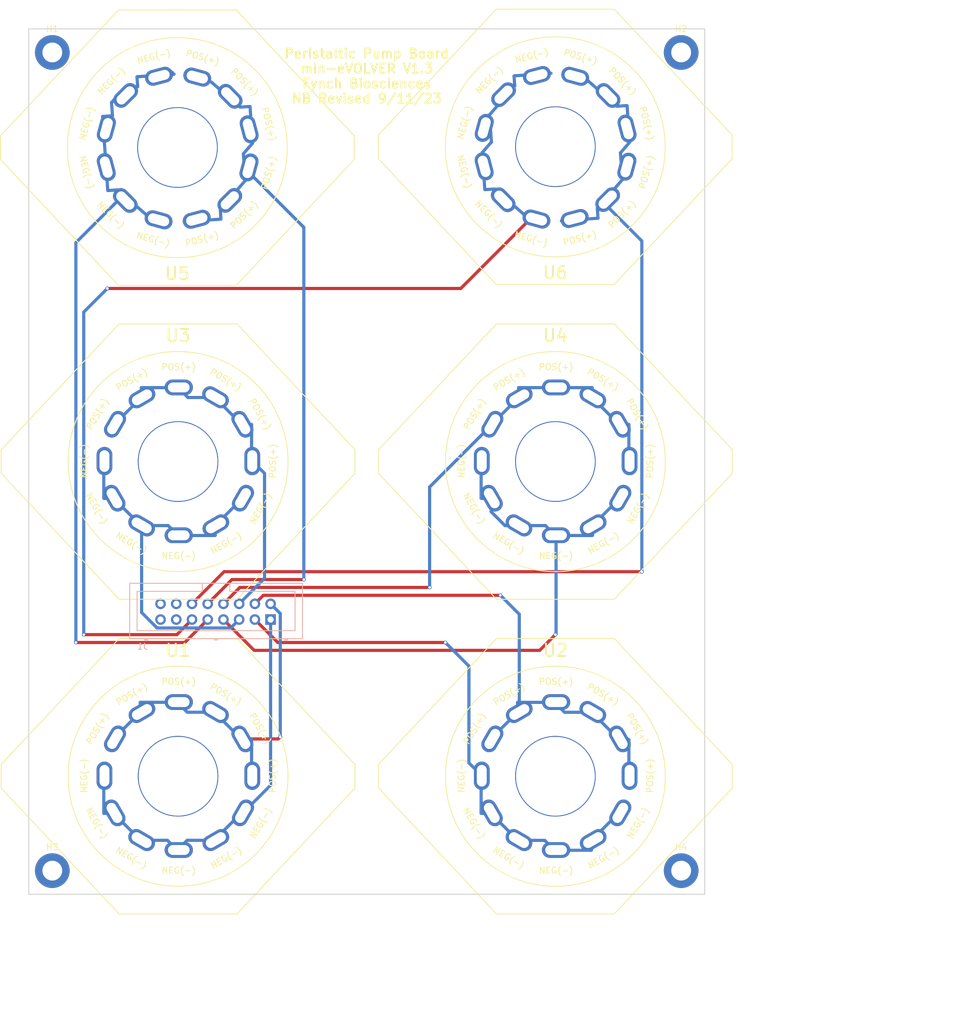
<source format=kicad_pcb>
(kicad_pcb (version 20211014) (generator pcbnew)
  (layers (0 "F.Cu" signal) (31 "B.Cu" signal) (34 "B.Paste" user) (35 "F.Paste" user) (36 "B.SilkS" user "B.Silkscreen") (37 "F.SilkS" user "F.Silkscreen") (38 "B.Mask" user) (39 "F.Mask" user) (44 "Edge.Cuts" user))
  (net 0 "")
  (net 5 "Net-(J1-Pad3)")
  (net 6 "Net-(J1-Pad5)")
  (net 7 "Net-(J1-Pad6)")
  (net 8 "Net-(J1-Pad7)")
  (net 9 "Net-(J1-Pad8)")
  (net 10 "Net-(J1-Pad9)")
  (net 11 "Net-(J1-Pad10)")
  (net 12 "Net-(J1-Pad11)")
  (net 13 "Net-(J1-Pad12)")
  (net 18 "Net-(J1-Pad1)")
  (net 19 "Net-(J1-Pad2)")
  (net 20 "Net-(J1-Pad4)")
  (footprint "MountingHole:MountingHole_3.2mm_M3_DIN965_Pad" (layer "F.Cu") (at 175.26 331.47)
    (fp_text reference "H4" (at 0 -3.8) (layer "F.SilkS"))
    (fp_text value "MountingHole_Pad")
    (pad "1" thru_hole circle (at 0 0) (size 5.6 5.6) (drill 3.2) (layers *.Cu *.Mask))
  )
  (footprint "MountingHole:MountingHole_3.2mm_M3_DIN965_Pad" (layer "F.Cu") (at 73.66 199.39)
    (fp_text reference "H1" (at 0 -3.8) (layer "F.SilkS"))
    (fp_text value "MountingHole_Pad")
    (pad "1" thru_hole circle (at 0 0) (size 5.6 5.6) (drill 3.2) (layers *.Cu *.Mask))
  )
  (footprint "MountingHole:MountingHole_3.2mm_M3_DIN965_Pad" (layer "F.Cu") (at 73.66 331.47)
    (fp_text reference "H3" (at 0 -3.8) (layer "F.SilkS"))
    (fp_text value "MountingHole_Pad")
    (pad "1" thru_hole circle (at 0 0) (size 5.6 5.6) (drill 3.2) (layers *.Cu *.Mask))
  )
  (footprint "Pump Library:Fast_Pump" (layer "F.Cu") (at 93.98 265.43)
    (fp_text reference "U3" (at 0 -20.32 unlocked) (layer "F.SilkS") (effects (font (size 2 2) (thickness 0.3))))
    (fp_text value "peristaltic_pump")
    (fp_text user "NEG(-)" (at 7.754782 13.164708 30) (layer "F.SilkS"))
    (fp_text user "NEG(-)" (at -15.195098 -0.077619 -90) (layer "F.SilkS"))
    (fp_text user "NEG(-)" (at 13.349716 7.562227 60) (layer "F.SilkS"))
    (fp_text user "NEG(-)" (at -7.54117 13.164707 -30) (layer "F.SilkS"))
    (fp_text user "POS(+)" (at 0.108188 -15.271179) (layer "F.SilkS"))
    (fp_text user "POS(+)" (at -7.485217 -13.231747 30) (layer "F.SilkS"))
    (fp_text user "NEG(-)" (at 0.108187 15.208822) (layer "F.SilkS"))
    (fp_text user "POS(+)" (at -13.046739 -7.677774 60) (layer "F.SilkS"))
    (fp_text user "POS(+)" (at 15.284902 -0.077618 -90) (layer "F.SilkS"))
    (fp_text user "POS(+)" (at 7.698831 -13.231747 -30) (layer "F.SilkS"))
    (fp_text user "POS(+)" (at 13.25578 -7.671024 -60) (layer "F.SilkS"))
    (fp_text user "NEG(-)" (at -13.140674 7.568975 -60) (layer "F.SilkS"))
    (fp_line (start 28.575 0) (end 28.575 -1.905) (layer "F.SilkS") (width 0.15))
    (fp_line (start -9.525 22.23008) (end 9.50976 22.23008) (layer "F.SilkS") (width 0.15))
    (fp_line (start -28.57754 -0.00254) (end -28.57754 1.90246) (layer "F.SilkS") (width 0.15))
    (fp_line (start 28.575 1.905) (end 9.525 22.225) (layer "F.SilkS") (width 0.15))
    (fp_line (start -28.575 0) (end -28.575 -1.905) (layer "F.SilkS") (width 0.15))
    (fp_line (start 0 -22.225) (end 9.525 -22.225) (layer "F.SilkS") (width 0.15))
    (fp_line (start 28.575 -1.905) (end 9.525 -22.225) (layer "F.SilkS") (width 0.15))
    (fp_line (start -28.57754 1.90246) (end -9.52754 22.22246) (layer "F.SilkS") (width 0.15))
    (fp_line (start 28.575 0) (end 28.575 1.905) (layer "F.SilkS") (width 0.15))
    (fp_line (start -28.575 -1.905) (end -9.525 -22.225) (layer "F.SilkS") (width 0.15))
    (fp_line (start -9.525 -22.225) (end 0 -22.225) (layer "F.SilkS") (width 0.15))
    (fp_circle (center 0 0) (end -10.287 -14.478) (layer "F.SilkS") (width 0.15) (fill none))
    (pad "" np_thru_hole circle (at 0 0 255) (size 13 13) (drill 12.7) (layers *.Mask "F.Cu" "In1.Cu" "B.Cu"))
    (pad "1" thru_hole oval (at -10.187122 -6.026773 150) (size 2.54 4.572) (drill oval 1.6 3.5) (layers *.Mask "F.Cu" "In1.Cu" "B.Cu") (net 7 "Net-(J1-Pad6)"))
    (pad "1" thru_hole oval (at -5.834218 -10.372131 120) (size 2.54 4.572) (drill oval 1.6 3.5) (layers *.Mask "F.Cu" "In1.Cu" "B.Cu") (net 7 "Net-(J1-Pad6)"))
    (pad "1" thru_hole oval (at 6.04783 -10.372131 60) (size 2.54 4.572) (drill oval 1.6 3.5) (layers *.Mask "F.Cu" "In1.Cu" "B.Cu") (net 7 "Net-(J1-Pad6)"))
    (pad "1" thru_hole oval (at 0.108187 -11.969178 90) (size 2.54 4.572) (drill oval 1.6 3.5) (layers *.Mask "F.Cu" "In1.Cu" "B.Cu") (net 7 "Net-(J1-Pad6)"))
    (pad "1" thru_hole oval (at 10.396164 -6.020024 30) (size 2.54 4.572) (drill oval 1.6 3.5) (layers *.Mask "F.Cu" "In1.Cu" "B.Cu") (net 7 "Net-(J1-Pad6)"))
    (pad "1" thru_hole oval (at 11.982902 -0.077619) (size 2.54 4.572) (drill oval 1.6 3.5) (layers *.Mask "F.Cu" "In1.Cu" "B.Cu") (net 7 "Net-(J1-Pad6)"))
    (pad "2" thru_hole oval (at 10.4901 5.911226 150) (size 2.54 4.572) (drill oval 1.6 3.5) (layers *.Mask "F.Cu" "In1.Cu" "B.Cu") (net 6 "Net-(J1-Pad5)"))
    (pad "2" thru_hole oval (at 6.103783 10.305091 120) (size 2.54 4.572) (drill oval 1.6 3.5) (layers *.Mask "F.Cu" "In1.Cu" "B.Cu") (net 6 "Net-(J1-Pad5)"))
    (pad "2" thru_hole oval (at -10.281058 5.917976 30) (size 2.54 4.572) (drill oval 1.6 3.5) (layers *.Mask "F.Cu" "In1.Cu" "B.Cu") (net 6 "Net-(J1-Pad5)"))
    (pad "2" thru_hole oval (at -11.893098 -0.077618) (size 2.54 4.572) (drill oval 1.6 3.5) (layers *.Mask "F.Cu" "In1.Cu" "B.Cu") (net 6 "Net-(J1-Pad5)"))
    (pad "2" thru_hole oval (at -5.890169 10.305091 60) (size 2.54 4.572) (drill oval 1.6 3.5) (layers *.Mask "F.Cu" "In1.Cu" "B.Cu") (net 6 "Net-(J1-Pad5)"))
    (pad "2" thru_hole oval (at 0.108188 11.906821 90) (size 2.54 4.572) (drill oval 1.6 3.5) (layers *.Mask "F.Cu" "In1.Cu" "B.Cu") (net 6 "Net-(J1-Pad5)"))
  )
  (footprint "MountingHole:MountingHole_3.2mm_M3_DIN965_Pad" (layer "F.Cu") (at 175.26 199.39)
    (fp_text reference "H2" (at 0 -3.8) (layer "F.SilkS"))
    (fp_text value "MountingHole_Pad")
    (pad "1" thru_hole circle (at 0 0) (size 5.6 5.6) (drill 3.2) (layers *.Cu *.Mask))
  )
  (footprint "Pump Library:Fast_Pump" (layer "F.Cu") (at 154.94 316.23)
    (fp_text reference "U2" (at 0 -20.32 unlocked) (layer "F.SilkS") (effects (font (size 2 2) (thickness 0.3))))
    (fp_text value "peristaltic_pump")
    (fp_text user "POS(+)" (at 0.108188 -15.271179) (layer "F.SilkS"))
    (fp_text user "POS(+)" (at -7.485217 -13.231747 30) (layer "F.SilkS"))
    (fp_text user "NEG(-)" (at -15.195098 -0.077619 -90) (layer "F.SilkS"))
    (fp_text user "POS(+)" (at 13.25578 -7.671024 -60) (layer "F.SilkS"))
    (fp_text user "NEG(-)" (at 0.108187 15.208822) (layer "F.SilkS"))
    (fp_text user "POS(+)" (at 15.284902 -0.077618 -90) (layer "F.SilkS"))
    (fp_text user "POS(+)" (at 7.698831 -13.231747 -30) (layer "F.SilkS"))
    (fp_text user "NEG(-)" (at 7.754782 13.164708 30) (layer "F.SilkS"))
    (fp_text user "POS(+)" (at -13.046739 -7.677774 60) (layer "F.SilkS"))
    (fp_text user "NEG(-)" (at -13.140674 7.568975 -60) (layer "F.SilkS"))
    (fp_text user "NEG(-)" (at 13.349716 7.562227 60) (layer "F.SilkS"))
    (fp_text user "NEG(-)" (at -7.54117 13.164707 -30) (layer "F.SilkS"))
    (fp_line (start -28.57754 -0.00254) (end -28.57754 1.90246) (layer "F.SilkS") (width 0.15))
    (fp_line (start -28.57754 1.90246) (end -9.52754 22.22246) (layer "F.SilkS") (width 0.15))
    (fp_line (start -9.525 22.23008) (end 9.50976 22.23008) (layer "F.SilkS") (width 0.15))
    (fp_line (start -28.575 -1.905) (end -9.525 -22.225) (layer "F.SilkS") (width 0.15))
    (fp_line (start 28.575 0) (end 28.575 -1.905) (layer "F.SilkS") (width 0.15))
    (fp_line (start 28.575 0) (end 28.575 1.905) (layer "F.SilkS") (width 0.15))
    (fp_line (start -9.525 -22.225) (end 0 -22.225) (layer "F.SilkS") (width 0.15))
    (fp_line (start 28.575 1.905) (end 9.525 22.225) (layer "F.SilkS") (width 0.15))
    (fp_line (start 0 -22.225) (end 9.525 -22.225) (layer "F.SilkS") (width 0.15))
    (fp_line (start 28.575 -1.905) (end 9.525 -22.225) (layer "F.SilkS") (width 0.15))
    (fp_line (start -28.575 0) (end -28.575 -1.905) (layer "F.SilkS") (width 0.15))
    (fp_circle (center 0 0) (end -10.287 -14.478) (layer "F.SilkS") (width 0.15) (fill none))
    (pad "" np_thru_hole circle (at 0 0 255) (size 13 13) (drill 12.7) (layers *.Mask "F.Cu" "In1.Cu" "B.Cu"))
    (pad "1" thru_hole oval (at 11.982902 -0.077619) (size 2.54 4.572) (drill oval 1.6 3.5) (layers *.Mask "F.Cu" "In1.Cu" "B.Cu") (net 20 "Net-(J1-Pad4)"))
    (pad "1" thru_hole oval (at -5.834218 -10.372131 120) (size 2.54 4.572) (drill oval 1.6 3.5) (layers *.Mask "F.Cu" "In1.Cu" "B.Cu") (net 20 "Net-(J1-Pad4)"))
    (pad "1" thru_hole oval (at 10.396164 -6.020024 30) (size 2.54 4.572) (drill oval 1.6 3.5) (layers *.Mask "F.Cu" "In1.Cu" "B.Cu") (net 20 "Net-(J1-Pad4)"))
    (pad "1" thru_hole oval (at 0.108187 -11.969178 90) (size 2.54 4.572) (drill oval 1.6 3.5) (layers *.Mask "F.Cu" "In1.Cu" "B.Cu") (net 20 "Net-(J1-Pad4)"))
    (pad "1" thru_hole oval (at -10.187122 -6.026773 150) (size 2.54 4.572) (drill oval 1.6 3.5) (layers *.Mask "F.Cu" "In1.Cu" "B.Cu") (net 20 "Net-(J1-Pad4)"))
    (pad "1" thru_hole oval (at 6.04783 -10.372131 60) (size 2.54 4.572) (drill oval 1.6 3.5) (layers *.Mask "F.Cu" "In1.Cu" "B.Cu") (net 20 "Net-(J1-Pad4)"))
    (pad "2" thru_hole oval (at -11.893098 -0.077618) (size 2.54 4.572) (drill oval 1.6 3.5) (layers *.Mask "F.Cu" "In1.Cu" "B.Cu") (net 5 "Net-(J1-Pad3)"))
    (pad "2" thru_hole oval (at 10.4901 5.911226 150) (size 2.54 4.572) (drill oval 1.6 3.5) (layers *.Mask "F.Cu" "In1.Cu" "B.Cu") (net 5 "Net-(J1-Pad3)"))
    (pad "2" thru_hole oval (at -5.890169 10.305091 60) (size 2.54 4.572) (drill oval 1.6 3.5) (layers *.Mask "F.Cu" "In1.Cu" "B.Cu") (net 5 "Net-(J1-Pad3)"))
    (pad "2" thru_hole oval (at 0.108188 11.906821 90) (size 2.54 4.572) (drill oval 1.6 3.5) (layers *.Mask "F.Cu" "In1.Cu" "B.Cu") (net 5 "Net-(J1-Pad3)"))
    (pad "2" thru_hole oval (at -10.281058 5.917976 30) (size 2.54 4.572) (drill oval 1.6 3.5) (layers *.Mask "F.Cu" "In1.Cu" "B.Cu") (net 5 "Net-(J1-Pad3)"))
    (pad "2" thru_hole oval (at 6.103783 10.305091 120) (size 2.54 4.572) (drill oval 1.6 3.5) (layers *.Mask "F.Cu" "In1.Cu" "B.Cu") (net 5 "Net-(J1-Pad3)"))
  )
  (footprint "Pump Library:Fast_Pump" (layer "F.Cu") (at 154.94 265.43)
    (fp_text reference "U4" (at 0 -20.32 unlocked) (layer "F.SilkS") (effects (font (size 2 2) (thickness 0.3))))
    (fp_text value "peristaltic_pump")
    (fp_text user "POS(+)" (at -13.046739 -7.677774 60) (layer "F.SilkS"))
    (fp_text user "POS(+)" (at 13.25578 -7.671024 -60) (layer "F.SilkS"))
    (fp_text user "NEG(-)" (at 13.349716 7.562227 60) (layer "F.SilkS"))
    (fp_text user "NEG(-)" (at -7.54117 13.164707 -30) (layer "F.SilkS"))
    (fp_text user "POS(+)" (at 7.698831 -13.231747 -30) (layer "F.SilkS"))
    (fp_text user "POS(+)" (at 15.284902 -0.077618 -90) (layer "F.SilkS"))
    (fp_text user "NEG(-)" (at 0.108187 15.208822) (layer "F.SilkS"))
    (fp_text user "NEG(-)" (at -13.140674 7.568975 -60) (layer "F.SilkS"))
    (fp_text user "POS(+)" (at -7.485217 -13.231747 30) (layer "F.SilkS"))
    (fp_text user "POS(+)" (at 0.108188 -15.271179) (layer "F.SilkS"))
    (fp_text user "NEG(-)" (at 7.754782 13.164708 30) (layer "F.SilkS"))
    (fp_text user "NEG(-)" (at -15.195098 -0.077619 -90) (layer "F.SilkS"))
    (fp_line (start -28.575 -1.905) (end -9.525 -22.225) (layer "F.SilkS") (width 0.15))
    (fp_line (start 28.575 -1.905) (end 9.525 -22.225) (layer "F.SilkS") (width 0.15))
    (fp_line (start 28.575 1.905) (end 9.525 22.225) (layer "F.SilkS") (width 0.15))
    (fp_line (start -9.525 22.23008) (end 9.50976 22.23008) (layer "F.SilkS") (width 0.15))
    (fp_line (start -28.57754 -0.00254) (end -28.57754 1.90246) (layer "F.SilkS") (width 0.15))
    (fp_line (start -28.57754 1.90246) (end -9.52754 22.22246) (layer "F.SilkS") (width 0.15))
    (fp_line (start -28.575 0) (end -28.575 -1.905) (layer "F.SilkS") (width 0.15))
    (fp_line (start 0 -22.225) (end 9.525 -22.225) (layer "F.SilkS") (width 0.15))
    (fp_line (start -9.525 -22.225) (end 0 -22.225) (layer "F.SilkS") (width 0.15))
    (fp_line (start 28.575 0) (end 28.575 1.905) (layer "F.SilkS") (width 0.15))
    (fp_line (start 28.575 0) (end 28.575 -1.905) (layer "F.SilkS") (width 0.15))
    (fp_circle (center 0 0) (end -10.287 -14.478) (layer "F.SilkS") (width 0.15) (fill none))
    (pad "" np_thru_hole circle (at 0 0 255) (size 13 13) (drill 12.7) (layers *.Mask "F.Cu" "In1.Cu" "B.Cu"))
    (pad "1" thru_hole oval (at 6.04783 -10.372131 60) (size 2.54 4.572) (drill oval 1.6 3.5) (layers *.Mask "F.Cu" "In1.Cu" "B.Cu") (net 9 "Net-(J1-Pad8)"))
    (pad "1" thru_hole oval (at 0.108187 -11.969178 90) (size 2.54 4.572) (drill oval 1.6 3.5) (layers *.Mask "F.Cu" "In1.Cu" "B.Cu") (net 9 "Net-(J1-Pad8)"))
    (pad "1" thru_hole oval (at 10.396164 -6.020024 30) (size 2.54 4.572) (drill oval 1.6 3.5) (layers *.Mask "F.Cu" "In1.Cu" "B.Cu") (net 9 "Net-(J1-Pad8)"))
    (pad "1" thru_hole oval (at -5.834218 -10.372131 120) (size 2.54 4.572) (drill oval 1.6 3.5) (layers *.Mask "F.Cu" "In1.Cu" "B.Cu") (net 9 "Net-(J1-Pad8)"))
    (pad "1" thru_hole oval (at -10.187122 -6.026773 150) (size 2.54 4.572) (drill oval 1.6 3.5) (layers *.Mask "F.Cu" "In1.Cu" "B.Cu") (net 9 "Net-(J1-Pad8)"))
    (pad "1" thru_hole oval (at 11.982902 -0.077619) (size 2.54 4.572) (drill oval 1.6 3.5) (layers *.Mask "F.Cu" "In1.Cu" "B.Cu") (net 9 "Net-(J1-Pad8)"))
    (pad "2" thru_hole oval (at 10.4901 5.911226 150) (size 2.54 4.572) (drill oval 1.6 3.5) (layers *.Mask "F.Cu" "In1.Cu" "B.Cu") (net 8 "Net-(J1-Pad7)"))
    (pad "2" thru_hole oval (at -5.890169 10.305091 60) (size 2.54 4.572) (drill oval 1.6 3.5) (layers *.Mask "F.Cu" "In1.Cu" "B.Cu") (net 8 "Net-(J1-Pad7)"))
    (pad "2" thru_hole oval (at 0.108188 11.906821 90) (size 2.54 4.572) (drill oval 1.6 3.5) (layers *.Mask "F.Cu" "In1.Cu" "B.Cu") (net 8 "Net-(J1-Pad7)"))
    (pad "2" thru_hole oval (at -10.281058 5.917976 30) (size 2.54 4.572) (drill oval 1.6 3.5) (layers *.Mask "F.Cu" "In1.Cu" "B.Cu") (net 8 "Net-(J1-Pad7)"))
    (pad "2" thru_hole oval (at -11.893098 -0.077618) (size 2.54 4.572) (drill oval 1.6 3.5) (layers *.Mask "F.Cu" "In1.Cu" "B.Cu") (net 8 "Net-(J1-Pad7)"))
    (pad "2" thru_hole oval (at 6.103783 10.305091 120) (size 2.54 4.572) (drill oval 1.6 3.5) (layers *.Mask "F.Cu" "In1.Cu" "B.Cu") (net 8 "Net-(J1-Pad7)"))
  )
  (footprint "Pump Library:Slow_Pump" (layer "F.Cu") (at 154.916259 214.63)
    (fp_text reference "U6" (at 0 20.32 unlocked) (layer "F.SilkS") (effects (font (size 2 2) (thickness 0.3))))
    (fp_text value "peristaltic_pump")
    (fp_text user "NEG(-)" (at -14.676609 3.989627 -75.2) (layer "F.SilkS"))
    (fp_text user "NEG(-)" (at -3.806479 -14.710803 -165.2) (layer "F.SilkS"))
    (fp_text user "NEG(-)" (at -14.654306 -3.928111 -105.2) (layer "F.SilkS"))
    (fp_text user "POS(+)" (at 10.880696 -10.616876 -45.2) (layer "F.SilkS"))
    (fp_text user "NEG(-)" (at -10.674591 -10.771248 -135.2) (layer "F.SilkS"))
    (fp_text user "NEG(-)" (at -3.90121 14.838557 -15.2) (layer "F.SilkS"))
    (fp_text user "POS(+)" (at 14.792169 -3.796359 -75.2) (layer "F.SilkS"))
    (fp_text user "NEG(-)" (at -10.747022 10.860374 -45.2) (layer "F.SilkS"))
    (fp_text user "POS(+)" (at 3.979506 14.757973 -165.2) (layer "F.SilkS"))
    (fp_text user "POS(+)" (at 10.802659 10.856467 -135.2) (layer "F.SilkS"))
    (fp_text user "POS(+)" (at 4.090317 -14.575147 -15.2) (layer "F.SilkS"))
    (fp_text user "POS(+)" (at 14.759396 4.063416 -105.2) (layer "F.SilkS"))
    (fp_line (start -28.57754 1.90246) (end -9.52754 22.22246) (layer "F.SilkS") (width 0.15))
    (fp_line (start 28.575 0) (end 28.575 1.905) (layer "F.SilkS") (width 0.15))
    (fp_line (start -28.575 0) (end -28.575 -1.905) (layer "F.SilkS") (width 0.15))
    (fp_line (start 0 -22.225) (end 9.525 -22.225) (layer "F.SilkS") (width 0.15))
    (fp_line (start -9.525 22.23008) (end 9.50976 22.23008) (layer "F.SilkS") (width 0.15))
    (fp_line (start 28.575 -1.905) (end 9.525 -22.225) (layer "F.SilkS") (width 0.15))
    (fp_line (start 28.575 0) (end 28.575 -1.905) (layer "F.SilkS") (width 0.15))
    (fp_line (start -28.57754 -0.00254) (end -28.57754 1.90246) (layer "F.SilkS") (width 0.15))
    (fp_line (start -28.575 -1.905) (end -9.525 -22.225) (layer "F.SilkS") (width 0.15))
    (fp_line (start -9.525 -22.225) (end 0 -22.225) (layer "F.SilkS") (width 0.15))
    (fp_line (start 28.575 1.905) (end 9.525 22.225) (layer "F.SilkS") (width 0.15))
    (fp_circle (center 0 0) (end 11.369898 -13.644056) (layer "F.SilkS") (width 0.15) (fill none))
    (pad "" np_thru_hole circle (at 0.023741 -0.024931 179.8) (size 13 13) (drill 12.7) (layers *.Mask "F.Cu" "In1.Cu" "B.Cu"))
    (pad "1" thru_hole oval (at 11.572911 3.197667 344.8) (size 2.54 4.572) (drill oval 1.6 3.5) (layers *.Mask "F.Cu" "In1.Cu" "B.Cu") (net 13 "Net-(J1-Pad12)"))
    (pad "1" thru_hole oval (at 8.475956 8.513465 314.8) (size 2.54 4.572) (drill oval 1.6 3.5) (layers *.Mask "F.Cu" "In1.Cu" "B.Cu") (net 13 "Net-(J1-Pad12)"))
    (pad "1" thru_hole oval (at 11.599717 -2.952878 14.8) (size 2.54 4.572) (drill oval 1.6 3.5) (layers *.Mask "F.Cu" "In1.Cu" "B.Cu") (net 13 "Net-(J1-Pad12)"))
    (pad "1" thru_hole oval (at 8.537693 -8.290176 44.8) (size 2.54 4.572) (drill oval 1.6 3.5) (layers *.Mask "F.Cu" "In1.Cu" "B.Cu") (net 13 "Net-(J1-Pad12)"))
    (pad "1" thru_hole oval (at 3.136025 11.565523 284.8) (size 2.54 4.572) (drill oval 1.6 3.5) (layers *.Mask "F.Cu" "In1.Cu" "B.Cu") (net 13 "Net-(J1-Pad12)"))
    (pad "1" thru_hole oval (at 3.224568 -11.388662 74.8) (size 2.54 4.572) (drill oval 1.6 3.5) (layers *.Mask "F.Cu" "In1.Cu" "B.Cu") (net 13 "Net-(J1-Pad12)"))
    (pad "2" thru_hole oval (at -2.962998 -11.518353 284.8) (size 2.54 4.572) (drill oval 1.6 3.5) (layers *.Mask "F.Cu" "In1.Cu" "B.Cu") (net 12 "Net-(J1-Pad11)"))
    (pad "2" thru_hole oval (at -11.467822 -3.062361 344.8) (size 2.54 4.572) (drill oval 1.6 3.5) (layers *.Mask "F.Cu" "In1.Cu" "B.Cu") (net 12 "Net-(J1-Pad11)"))
    (pad "2" thru_hole oval (at -11.484157 3.146145 14.8) (size 2.54 4.572) (drill oval 1.6 3.5) (layers *.Mask "F.Cu" "In1.Cu" "B.Cu") (net 12 "Net-(J1-Pad11)"))
    (pad "2" thru_hole oval (at -3.03546 11.652072 74.8) (size 2.54 4.572) (drill oval 1.6 3.5) (layers *.Mask "F.Cu" "In1.Cu" "B.Cu") (net 12 "Net-(J1-Pad11)"))
    (pad "2" thru_hole oval (at -8.404018 8.533672 44.8) (size 2.54 4.572) (drill oval 1.6 3.5) (layers *.Mask "F.Cu" "In1.Cu" "B.Cu") (net 12 "Net-(J1-Pad11)"))
    (pad "2" thru_hole oval (at -8.347891 -8.428245 314.8) (size 2.54 4.572) (drill oval 1.6 3.5) (layers *.Mask "F.Cu" "In1.Cu" "B.Cu") (net 12 "Net-(J1-Pad11)"))
  )
  (footprint "Pump Library:Fast_Pump" (layer "F.Cu") (at 93.98 316.23)
    (fp_text reference "U1" (at 0 -20.32 unlocked) (layer "F.SilkS") (effects (font (size 2 2) (thickness 0.3))))
    (fp_text value "peristaltic_pump")
    (fp_text user "NEG(-)" (at 7.754782 13.164708 30) (layer "F.SilkS"))
    (fp_text user "POS(+)" (at -13.046739 -7.677774 60) (layer "F.SilkS"))
    (fp_text user "NEG(-)" (at -13.140674 7.568975 -60) (layer "F.SilkS"))
    (fp_text user "NEG(-)" (at -15.195098 -0.077619 -90) (layer "F.SilkS"))
    (fp_text user "POS(+)" (at 15.284902 -0.077618 -90) (layer "F.SilkS"))
    (fp_text user "POS(+)" (at 0.108188 -15.271179) (layer "F.SilkS"))
    (fp_text user "NEG(-)" (at -7.54117 13.164707 -30) (layer "F.SilkS"))
    (fp_text user "POS(+)" (at 7.698831 -13.231747 -30) (layer "F.SilkS"))
    (fp_text user "POS(+)" (at 13.25578 -7.671024 -60) (layer "F.SilkS"))
    (fp_text user "NEG(-)" (at 13.349716 7.562227 60) (layer "F.SilkS"))
    (fp_text user "POS(+)" (at -7.485217 -13.231747 30) (layer "F.SilkS"))
    (fp_text user "NEG(-)" (at 0.108187 15.208822) (layer "F.SilkS"))
    (fp_line (start -9.525 -22.225) (end 0 -22.225) (layer "F.SilkS") (width 0.15))
    (fp_line (start -28.575 0) (end -28.575 -1.905) (layer "F.SilkS") (width 0.15))
    (fp_line (start 0 -22.225) (end 9.525 -22.225) (layer "F.SilkS") (width 0.15))
    (fp_line (start -28.575 -1.905) (end -9.525 -22.225) (layer "F.SilkS") (width 0.15))
    (fp_line (start -28.57754 1.90246) (end -9.52754 22.22246) (layer "F.SilkS") (width 0.15))
    (fp_line (start -9.525 22.23008) (end 9.50976 22.23008) (layer "F.SilkS") (width 0.15))
    (fp_line (start 28.575 0) (end 28.575 -1.905) (layer "F.SilkS") (width 0.15))
    (fp_line (start 28.575 1.905) (end 9.525 22.225) (layer "F.SilkS") (width 0.15))
    (fp_line (start 28.575 -1.905) (end 9.525 -22.225) (layer "F.SilkS") (width 0.15))
    (fp_line (start 28.575 0) (end 28.575 1.905) (layer "F.SilkS") (width 0.15))
    (fp_line (start -28.57754 -0.00254) (end -28.57754 1.90246) (layer "F.SilkS") (width 0.15))
    (fp_circle (center 0 0) (end -10.287 -14.478) (layer "F.SilkS") (width 0.15) (fill none))
    (pad "" np_thru_hole circle (at 0 0 255) (size 13 13) (drill 12.7) (layers *.Mask "F.Cu" "In1.Cu" "B.Cu"))
    (pad "1" thru_hole oval (at 6.04783 -10.372131 60) (size 2.54 4.572) (drill oval 1.6 3.5) (layers *.Mask "F.Cu" "In1.Cu" "B.Cu") (net 19 "Net-(J1-Pad2)"))
    (pad "1" thru_hole oval (at 0.108187 -11.969178 90) (size 2.54 4.572) (drill oval 1.6 3.5) (layers *.Mask "F.Cu" "In1.Cu" "B.Cu") (net 19 "Net-(J1-Pad2)"))
    (pad "1" thru_hole oval (at 11.982902 -0.077619) (size 2.54 4.572) (drill oval 1.6 3.5) (layers *.Mask "F.Cu" "In1.Cu" "B.Cu") (net 19 "Net-(J1-Pad2)"))
    (pad "1" thru_hole oval (at 10.396164 -6.020024 30) (size 2.54 4.572) (drill oval 1.6 3.5) (layers *.Mask "F.Cu" "In1.Cu" "B.Cu") (net 19 "Net-(J1-Pad2)"))
    (pad "1" thru_hole oval (at -5.834218 -10.372131 120) (size 2.54 4.572) (drill oval 1.6 3.5) (layers *.Mask "F.Cu" "In1.Cu" "B.Cu") (net 19 "Net-(J1-Pad2)"))
    (pad "1" thru_hole oval (at -10.187122 -6.026773 150) (size 2.54 4.572) (drill oval 1.6 3.5) (layers *.Mask "F.Cu" "In1.Cu" "B.Cu") (net 19 "Net-(J1-Pad2)"))
    (pad "2" thru_hole oval (at -10.281058 5.917976 30) (size 2.54 4.572) (drill oval 1.6 3.5) (layers *.Mask "F.Cu" "In1.Cu" "B.Cu") (net 18 "Net-(J1-Pad1)"))
    (pad "2" thru_hole oval (at 0.108188 11.906821 90) (size 2.54 4.572) (drill oval 1.6 3.5) (layers *.Mask "F.Cu" "In1.Cu" "B.Cu") (net 18 "Net-(J1-Pad1)"))
    (pad "2" thru_hole oval (at -11.893098 -0.077618) (size 2.54 4.572) (drill oval 1.6 3.5) (layers *.Mask "F.Cu" "In1.Cu" "B.Cu") (net 18 "Net-(J1-Pad1)"))
    (pad "2" thru_hole oval (at 10.4901 5.911226 150) (size 2.54 4.572) (drill oval 1.6 3.5) (layers *.Mask "F.Cu" "In1.Cu" "B.Cu") (net 18 "Net-(J1-Pad1)"))
    (pad "2" thru_hole oval (at 6.103783 10.305091 120) (size 2.54 4.572) (drill oval 1.6 3.5) (layers *.Mask "F.Cu" "In1.Cu" "B.Cu") (net 18 "Net-(J1-Pad1)"))
    (pad "2" thru_hole oval (at -5.890169 10.305091 60) (size 2.54 4.572) (drill oval 1.6 3.5) (layers *.Mask "F.Cu" "In1.Cu" "B.Cu") (net 18 "Net-(J1-Pad1)"))
  )
  (footprint "Pump Library:Slow_Pump" (layer "F.Cu") (at 93.861295 214.754655)
    (fp_text reference "U5" (at 0 20.32 unlocked) (layer "F.SilkS") (effects (font (size 2 2) (thickness 0.3))))
    (fp_text value "peristaltic_pump")
    (fp_text user "POS(+)" (at 4.090317 -14.575147 -15.2) (layer "F.SilkS"))
    (fp_text user "POS(+)" (at 10.802659 10.856467 -135.2) (layer "F.SilkS"))
    (fp_text user "POS(+)" (at 14.792169 -3.796359 -75.2) (layer "F.SilkS"))
    (fp_text user "NEG(-)" (at -3.90121 14.838557 -15.2) (layer "F.SilkS"))
    (fp_text user "NEG(-)" (at -14.654306 -3.928111 -105.2) (layer "F.SilkS"))
    (fp_text user "POS(+)" (at 10.880696 -10.616876 -45.2) (layer "F.SilkS"))
    (fp_text user "NEG(-)" (at -14.676609 3.989627 -75.2) (layer "F.SilkS"))
    (fp_text user "NEG(-)" (at -3.806479 -14.710803 -165.2) (layer "F.SilkS"))
    (fp_text user "POS(+)" (at 3.979506 14.757973 -165.2) (layer "F.SilkS"))
    (fp_text user "POS(+)" (at 14.759396 4.063416 -105.2) (layer "F.SilkS"))
    (fp_text user "NEG(-)" (at -10.674591 -10.771248 -135.2) (layer "F.SilkS"))
    (fp_text user "NEG(-)" (at -10.747022 10.860374 -45.2) (layer "F.SilkS"))
    (fp_line (start -9.525 22.23008) (end 9.50976 22.23008) (layer "F.SilkS") (width 0.15))
    (fp_line (start -28.575 -1.905) (end -9.525 -22.225) (layer "F.SilkS") (width 0.15))
    (fp_line (start -28.575 0) (end -28.575 -1.905) (layer "F.SilkS") (width 0.15))
    (fp_line (start -9.525 -22.225) (end 0 -22.225) (layer "F.SilkS") (width 0.15))
    (fp_line (start 28.575 -1.905) (end 9.525 -22.225) (layer "F.SilkS") (width 0.15))
    (fp_line (start 28.575 1.905) (end 9.525 22.225) (layer "F.SilkS") (width 0.15))
    (fp_line (start -28.57754 1.90246) (end -9.52754 22.22246) (layer "F.SilkS") (width 0.15))
    (fp_line (start 28.575 0) (end 28.575 1.905) (layer "F.SilkS") (width 0.15))
    (fp_line (start 0 -22.225) (end 9.525 -22.225) (layer "F.SilkS") (width 0.15))
    (fp_line (start 28.575 0) (end 28.575 -1.905) (layer "F.SilkS") (width 0.15))
    (fp_line (start -28.57754 -0.00254) (end -28.57754 1.90246) (layer "F.SilkS") (width 0.15))
    (fp_circle (center 0 0) (end 11.369898 -13.644056) (layer "F.SilkS") (width 0.15) (fill none))
    (pad "" np_thru_hole circle (at 0.023741 -0.024931 179.8) (size 13 13) (drill 12.7) (layers *.Mask "F.Cu" "In1.Cu" "B.Cu"))
    (pad "1" thru_hole oval (at 3.224568 -11.388662 74.8) (size 2.54 4.572) (drill oval 1.6 3.5) (layers *.Mask "F.Cu" "In1.Cu" "B.Cu") (net 11 "Net-(J1-Pad10)"))
    (pad "1" thru_hole oval (at 11.572911 3.197667 344.8) (size 2.54 4.572) (drill oval 1.6 3.5) (layers *.Mask "F.Cu" "In1.Cu" "B.Cu") (net 11 "Net-(J1-Pad10)"))
    (pad "1" thru_hole oval (at 3.136025 11.565523 284.8) (size 2.54 4.572) (drill oval 1.6 3.5) (layers *.Mask "F.Cu" "In1.Cu" "B.Cu") (net 11 "Net-(J1-Pad10)"))
    (pad "1" thru_hole oval (at 11.599717 -2.952878 14.8) (size 2.54 4.572) (drill oval 1.6 3.5) (layers *.Mask "F.Cu" "In1.Cu" "B.Cu") (net 11 "Net-(J1-Pad10)"))
    (pad "1" thru_hole oval (at 8.537693 -8.290176 44.8) (size 2.54 4.572) (drill oval 1.6 3.5) (layers *.Mask "F.Cu" "In1.Cu" "B.Cu") (net 11 "Net-(J1-Pad10)"))
    (pad "1" thru_hole oval (at 8.475956 8.513465 314.8) (size 2.54 4.572) (drill oval 1.6 3.5) (layers *.Mask "F.Cu" "In1.Cu" "B.Cu") (net 11 "Net-(J1-Pad10)"))
    (pad "2" thru_hole oval (at -2.962998 -11.518353 284.8) (size 2.54 4.572) (drill oval 1.6 3.5) (layers *.Mask "F.Cu" "In1.Cu" "B.Cu") (net 10 "Net-(J1-Pad9)"))
    (pad "2" thru_hole oval (at -8.347891 -8.428245 314.8) (size 2.54 4.572) (drill oval 1.6 3.5) (layers *.Mask "F.Cu" "In1.Cu" "B.Cu") (net 10 "Net-(J1-Pad9)"))
    (pad "2" thru_hole oval (at -8.404018 8.533672 44.8) (size 2.54 4.572) (drill oval 1.6 3.5) (layers *.Mask "F.Cu" "In1.Cu" "B.Cu") (net 10 "Net-(J1-Pad9)"))
    (pad "2" thru_hole oval (at -11.484157 3.146145 14.8) (size 2.54 4.572) (drill oval 1.6 3.5) (layers *.Mask "F.Cu" "In1.Cu" "B.Cu") (net 10 "Net-(J1-Pad9)"))
    (pad "2" thru_hole oval (at -11.467822 -3.062361 344.8) (size 2.54 4.572) (drill oval 1.6 3.5) (layers *.Mask "F.Cu" "In1.Cu" "B.Cu") (net 10 "Net-(J1-Pad9)"))
    (pad "2" thru_hole oval (at -3.03546 11.652072 74.8) (size 2.54 4.572) (drill oval 1.6 3.5) (layers *.Mask "F.Cu" "In1.Cu" "B.Cu") (net 10 "Net-(J1-Pad9)"))
  )
  (footprint "pump_board:pump_2x8_connector" (layer "B.Cu") (at 108.9268 290.935 180)
    (fp_text reference "J1" (at 20.7 -4.35) (layer "B.SilkS") (effects (justify mirror)))
    (fp_text value "Conn_02x08_Odd_Even")
    (fp_line (start 11.035 5.85) (end 11.035 4.55) (layer "B.SilkS") (width 0.15))
    (fp_line (start 20.35 -3.19) (end 19.85 -3.19) (layer "B.SilkS") (width 0.15))
    (fp_line (start -2.23 -3.19) (end -2.73 -3.19) (layer "B.SilkS") (width 0.15))
    (fp_line (start 9.06 -3.19) (end 8.56 -3.19) (layer "B.SilkS") (width 0.15))
    (fp_line (start 21.57 4.55) (end 21.57 -1.79) (layer "B.SilkS") (width 0.15))
    (fp_line (start -5.15 5.85) (end 22.77 5.85) (layer "B.SilkS") (width 0.15))
    (fp_line (start 19.85 -3.29) (end 19.85 -3.09) (layer "B.SilkS") (width 0.15))
    (fp_line (start -5.15 -3.09) (end -5.15 5.85) (layer "B.SilkS") (width 0.15))
    (fp_line (start 22.77 -3.09) (end -5.15 -3.09) (layer "B.SilkS") (width 0.15))
    (fp_line (start 22.77 5.85) (end 22.77 -3.09) (layer "B.SilkS") (width 0.15))
    (fp_line (start 20.35 -3.09) (end 20.35 -3.29) (layer "B.SilkS") (width 0.15))
    (fp_line (start -3.95 -1.79) (end -3.95 4.55) (layer "B.SilkS") (width 0.15))
    (fp_line (start 21.57 -1.79) (end -3.95 -1.79) (layer "B.SilkS") (width 0.15))
    (fp_line (start 6.585 4.55) (end 6.585 5.85) (layer "B.SilkS") (width 0.15))
    (fp_line (start -3.95 4.55) (end 6.585 4.55) (layer "B.SilkS") (width 0.15))
    (fp_line (start 9.06 -3.29) (end 8.56 -3.29) (layer "B.SilkS") (width 0.15))
    (fp_line (start 9.06 -3.09) (end 9.06 -3.29) (layer "B.SilkS") (width 0.15))
    (fp_line (start 20.35 -3.29) (end 19.85 -3.29) (layer "B.SilkS") (width 0.15))
    (fp_line (start 8.56 -3.29) (end 8.56 -3.09) (layer "B.SilkS") (width 0.15))
    (fp_line (start 11.035 4.55) (end 21.57 4.55) (layer "B.SilkS") (width 0.15))
    (fp_line (start -2.23 -3.29) (end -2.73 -3.29) (layer "B.SilkS") (width 0.15))
    (fp_line (start -2.23 -3.09) (end -2.23 -3.29) (layer "B.SilkS") (width 0.15))
    (fp_line (start -2.73 -3.29) (end -2.73 -3.09) (layer "B.SilkS") (width 0.15))
    (pad "1" thru_hole rect locked (at 0 0 180) (size 1.7 1.7) (drill 1) (layers *.Cu *.Mask) (net 18 "Net-(J1-Pad1)"))
    (pad "2" thru_hole circle locked (at 0 2.54 180) (size 1.7 1.7) (drill 1) (layers *.Cu *.Mask) (net 19 "Net-(J1-Pad2)"))
    (pad "3" thru_hole circle locked (at 2.54 0 180) (size 1.7 1.7) (drill 1) (layers *.Cu *.Mask) (net 5 "Net-(J1-Pad3)"))
    (pad "4" thru_hole circle locked (at 2.54 2.54 180) (size 1.7 1.7) (drill 1) (layers *.Cu *.Mask) (net 20 "Net-(J1-Pad4)"))
    (pad "5" thru_hole circle locked (at 5.08 0 180) (size 1.7 1.7) (drill 1) (layers *.Cu *.Mask) (net 6 "Net-(J1-Pad5)"))
    (pad "6" thru_hole circle locked (at 5.08 2.54 180) (size 1.7 1.7) (drill 1) (layers *.Cu *.Mask) (net 7 "Net-(J1-Pad6)"))
    (pad "7" thru_hole circle locked (at 7.62 0 180) (size 1.7 1.7) (drill 1) (layers *.Cu *.Mask) (net 8 "Net-(J1-Pad7)"))
    (pad "8" thru_hole circle locked (at 7.62 2.54 180) (size 1.7 1.7) (drill 1) (layers *.Cu *.Mask) (net 9 "Net-(J1-Pad8)"))
    (pad "9" thru_hole circle locked (at 10.16 0 180) (size 1.7 1.7) (drill 1) (layers *.Cu *.Mask) (net 10 "Net-(J1-Pad9)"))
    (pad "10" thru_hole circle locked (at 10.16 2.54 180) (size 1.7 1.7) (drill 1) (layers *.Cu *.Mask) (net 11 "Net-(J1-Pad10)"))
    (pad "11" thru_hole circle locked (at 12.7 0 180) (size 1.7 1.7) (drill 1) (layers *.Cu *.Mask) (net 12 "Net-(J1-Pad11)"))
    (pad "12" thru_hole circle locked (at 12.7 2.54 180) (size 1.7 1.7) (drill 1) (layers *.Cu *.Mask) (net 13 "Net-(J1-Pad12)"))
    (pad "13" thru_hole circle locked (at 15.24 0 180) (size 1.7 1.7) (drill 1) (layers *.Cu *.Mask))
    (pad "14" thru_hole circle locked (at 15.24 2.54 180) (size 1.7 1.7) (drill 1) (layers *.Cu *.Mask))
    (pad "15" thru_hole circle locked (at 17.78 0 180) (size 1.7 1.7) (drill 1) (layers *.Cu *.Mask))
    (pad "16" thru_hole circle locked (at 17.78 2.54 180) (size 1.7 1.7) (drill 1) (layers *.Cu *.Mask))
  )
  (gr_rect (start 69.85 195.58) (end 179.07 335.28) (layer "Edge.Cuts") (width 0.15) (fill none))
  (gr_text "Peristaltic Pump Board\nmin-eVOLVER V1.3\nFynch Biosciences\nNB Revised 9/11/23" (at 124.46 203.2) (layer "F.SilkS") (effects (font (size 1.5 1.5) (thickness 0.3))))
  (segment (start 110.0918 294.64) (end 137.16 294.64) (width 0.508) (layer "F.Cu") (net 5))
  (segment (start 106.3868 290.935) (end 110.0918 294.64) (width 0.508) (layer "F.Cu") (net 5))
  (via (at 137.16 294.64) (size 0.6) (drill 0.4) (layers "F.Cu" "B.Cu") (net 5))
  (segment (start 142.939059 322.209587) (end 142.959328 322.229856) (width 0.508) (layer "B.Cu") (net 5))
  (segment (start 140.97 298.45) (end 140.97 314.07548) (width 0.508) (layer "B.Cu") (net 5))
  (segment (start 154.813774 328.17901) (end 160.725601 328.17901) (width 0.508) (layer "B.Cu") (net 5))
  (segment (start 144.525797 322.229856) (end 148.874131 326.57819) (width 0.508) (layer "B.Cu") (net 5))
  (segment (start 142.959328 322.229856) (end 144.525797 322.229856) (width 0.508) (layer "B.Cu") (net 5))
  (segment (start 160.725601 328.17901) (end 160.756179 328.148432) (width 0.508) (layer "B.Cu") (net 5))
  (segment (start 153.216727 326.581963) (end 154.813774 328.17901) (width 0.508) (layer "B.Cu") (net 5))
  (segment (start 137.16 294.64) (end 140.97 298.45) (width 0.508) (layer "B.Cu") (net 5))
  (segment (start 140.97 314.07548) (end 143.046902 316.152382) (width 0.508) (layer "B.Cu") (net 5))
  (segment (start 165.101537 322.236605) (end 165.109083 322.236605) (width 0.508) (layer "B.Cu") (net 5))
  (segment (start 148.874131 326.581963) (end 153.216727 326.581963) (width 0.508) (layer "B.Cu") (net 5))
  (segment (start 142.939059 316.287451) (end 142.939059 322.209587) (width 0.508) (layer "B.Cu") (net 5))
  (segment (start 160.756179 328.148432) (end 160.756179 326.581963) (width 0.508) (layer "B.Cu") (net 5))
  (segment (start 148.874131 326.57819) (end 148.874131 326.581963) (width 0.508) (layer "B.Cu") (net 5))
  (segment (start 160.756179 326.581963) (end 165.101537 322.236605) (width 0.508) (layer "B.Cu") (net 5))
  (segment (start 83.591099 271.381012) (end 87.978214 275.768127) (width 0.508) (layer "B.Cu") (net 6))
  (segment (start 103.8468 290.935) (end 102.4888 292.293) (width 0.508) (layer "B.Cu") (net 6))
  (segment (start 87.978214 275.768127) (end 87.981988 275.768127) (width 0.508) (layer "B.Cu") (net 6))
  (segment (start 102.4888 292.293) (end 90.584297 292.293) (width 0.508) (layer "B.Cu") (net 6))
  (segment (start 103.8468 271.729734) (end 104.149083 271.427451) (width 0.508) (layer "B.Cu") (net 6))
  (segment (start 88.089831 289.798534) (end 88.089831 275.735091) (width 0.508) (layer "B.Cu") (net 6))
  (segment (start 93.980345 277.369857) (end 99.940679 277.369857) (width 0.508) (layer "B.Cu") (net 6))
  (segment (start 99.940679 277.369857) (end 99.97594 277.334596) (width 0.508) (layer "B.Cu") (net 6))
  (segment (start 90.584297 292.293) (end 88.089831 289.798534) (width 0.508) (layer "B.Cu") (net 6))
  (segment (start 99.97594 277.334596) (end 99.97594 275.768127) (width 0.508) (layer "B.Cu") (net 6))
  (segment (start 82.02463 271.381012) (end 83.591099 271.381012) (width 0.508) (layer "B.Cu") (net 6))
  (segment (start 81.979059 271.335441) (end 82.02463 271.381012) (width 0.508) (layer "B.Cu") (net 6))
  (segment (start 92.378615 275.768127) (end 93.980345 277.369857) (width 0.508) (layer "B.Cu") (net 6))
  (segment (start 87.981988 275.768127) (end 92.378615 275.768127) (width 0.508) (layer "B.Cu") (net 6))
  (segment (start 81.979059 265.385418) (end 81.979059 271.335441) (width 0.508) (layer "B.Cu") (net 6))
  (segment (start 104.362257 271.38181) (end 104.362257 271.374262) (width 0.508) (layer "B.Cu") (net 6))
  (segment (start 99.97594 275.768127) (end 104.362257 271.38181) (width 0.508) (layer "B.Cu") (net 6))
  (segment (start 107.95 267.339479) (end 105.962902 265.352381) (width 0.508) (layer "B.Cu") (net 7))
  (segment (start 99.919987 255.090905) (end 95.577391 255.090905) (width 0.508) (layer "B.Cu") (net 7))
  (segment (start 105.855059 259.463281) (end 105.83479 259.443012) (width 0.508) (layer "B.Cu") (net 7))
  (segment (start 99.919987 255.094678) (end 99.919987 255.090905) (width 0.508) (layer "B.Cu") (net 7))
  (segment (start 83.685035 259.436263) (end 88.030393 255.090905) (width 0.508) (layer "B.Cu") (net 7))
  (segment (start 105.83479 259.443012) (end 104.268321 259.443012) (width 0.508) (layer "B.Cu") (net 7))
  (segment (start 93.980344 253.493858) (end 88.068517 253.493858) (width 0.508) (layer "B.Cu") (net 7))
  (segment (start 95.577391 255.090905) (end 93.980344 253.493858) (width 0.508) (layer "B.Cu") (net 7))
  (segment (start 105.855059 265.385417) (end 105.855059 259.463281) (width 0.508) (layer "B.Cu") (net 7))
  (segment (start 103.8468 288.395) (end 107.95 284.2918) (width 0.508) (layer "B.Cu") (net 7))
  (segment (start 107.95 284.2918) (end 107.95 267.339479) (width 0.508) (layer "B.Cu") (net 7))
  (segment (start 88.030393 255.090905) (end 88.037939 255.090905) (width 0.508) (layer "B.Cu") (net 7))
  (segment (start 88.068517 253.493858) (end 88.037939 253.524436) (width 0.508) (layer "B.Cu") (net 7))
  (segment (start 88.037939 253.524436) (end 88.037939 255.090905) (width 0.508) (layer "B.Cu") (net 7))
  (segment (start 104.268321 259.443012) (end 99.919987 255.094678) (width 0.508) (layer "B.Cu") (net 7))
  (segment (start 152.4 295.91) (end 154.94 293.37) (width 0.508) (layer "F.Cu") (net 8))
  (segment (start 106.2818 295.91) (end 152.4 295.91) (width 0.508) (layer "F.Cu") (net 8))
  (segment (start 101.3068 290.935) (end 106.2818 295.91) (width 0.508) (layer "F.Cu") (net 8))
  (via (at 154.94 293.37) (size 0.6) (drill 0.4) (layers "F.Cu" "B.Cu") (net 8))
  (segment (start 160.93594 275.760579) (end 160.93594 275.768127) (width 0.508) (layer "B.Cu") (net 8))
  (segment (start 155.048188 293.261812) (end 155.048188 277.336821) (width 0.508) (layer "B.Cu") (net 8))
  (segment (start 146.803034 275.768127) (end 148.941988 275.768127) (width 0.508) (layer "B.Cu") (net 8))
  (segment (start 144.551099 273.519966) (end 146.79926 275.768127) (width 0.508) (layer "B.Cu") (net 8))
  (segment (start 148.941988 275.768127) (end 153.338615 275.768127) (width 0.508) (layer "B.Cu") (net 8))
  (segment (start 144.551099 271.381012) (end 144.551099 273.519966) (width 0.508) (layer "B.Cu") (net 8))
  (segment (start 154.94 293.37) (end 155.048188 293.261812) (width 0.508) (layer "B.Cu") (net 8))
  (segment (start 154.940345 277.369857) (end 160.900679 277.369857) (width 0.508) (layer "B.Cu") (net 8))
  (segment (start 160.93594 277.334596) (end 160.93594 275.768127) (width 0.508) (layer "B.Cu") (net 8))
  (segment (start 153.338615 275.768127) (end 154.940345 277.369857) (width 0.508) (layer "B.Cu") (net 8))
  (segment (start 142.98463 271.381012) (end 144.551099 271.381012) (width 0.508) (layer "B.Cu") (net 8))
  (segment (start 146.79926 275.768127) (end 146.803034 275.768127) (width 0.508) (layer "B.Cu") (net 8))
  (segment (start 142.939059 265.385418) (end 142.939059 271.335441) (width 0.508) (layer "B.Cu") (net 8))
  (segment (start 160.900679 277.369857) (end 160.93594 277.334596) (width 0.508) (layer "B.Cu") (net 8))
  (segment (start 165.322257 271.374262) (end 160.93594 275.760579) (width 0.508) (layer "B.Cu") (net 8))
  (segment (start 142.939059 271.335441) (end 142.98463 271.381012) (width 0.508) (layer "B.Cu") (net 8))
  (segment (start 104.14 285.75) (end 134.62 285.75) (width 0.508) (layer "F.Cu") (net 9))
  (segment (start 103.9518 285.75) (end 104.14 285.75) (width 0.508) (layer "F.Cu") (net 9))
  (segment (start 101.3068 288.395) (end 103.9518 285.75) (width 0.508) (layer "F.Cu") (net 9))
  (via (at 134.62 285.75) (size 0.6) (drill 0.4) (layers "F.Cu" "B.Cu") (net 9))
  (segment (start 166.815059 265.385417) (end 166.815059 259.463281) (width 0.508) (layer "B.Cu") (net 9))
  (segment (start 148.997939 255.090905) (end 144.652581 259.436263) (width 0.508) (layer "B.Cu") (net 9))
  (segment (start 134.62 285.75) (end 134.62 269.536105) (width 0.508) (layer "B.Cu") (net 9))
  (segment (start 149.028517 253.493858) (end 148.997939 253.524436) (width 0.508) (layer "B.Cu") (net 9))
  (segment (start 160.879987 255.094678) (end 160.879987 255.090905) (width 0.508) (layer "B.Cu") (net 9))
  (segment (start 148.997939 253.524436) (end 148.997939 255.090905) (width 0.508) (layer "B.Cu") (net 9))
  (segment (start 165.228321 259.443012) (end 160.879987 255.094678) (width 0.508) (layer "B.Cu") (net 9))
  (segment (start 154.940344 253.493858) (end 160.849409 253.493858) (width 0.508) (layer "B.Cu") (net 9))
  (segment (start 154.940344 253.493858) (end 149.028517 253.493858) (width 0.508) (layer "B.Cu") (net 9))
  (segment (start 160.849409 253.493858) (end 160.879987 253.524436) (width 0.508) (layer "B.Cu") (net 9))
  (segment (start 160.879987 253.524436) (end 160.879987 255.090905) (width 0.508) (layer "B.Cu") (net 9))
  (segment (start 144.652581 259.436263) (end 144.645035 259.436263) (width 0.508) (layer "B.Cu") (net 9))
  (segment (start 144.445808 259.237036) (end 144.645035 259.436263) (width 0.508) (layer "B.Cu") (net 9))
  (segment (start 134.62 269.536105) (end 144.752878 259.403227) (width 0.508) (layer "B.Cu") (net 9))
  (segment (start 166.79479 259.443012) (end 165.228321 259.443012) (width 0.508) (layer "B.Cu") (net 9))
  (segment (start 166.815059 259.463281) (end 166.79479 259.443012) (width 0.508) (layer "B.Cu") (net 9))
  (segment (start 98.7668 290.935) (end 95.0618 294.64) (width 0.508) (layer "F.Cu") (net 10))
  (segment (start 95.0618 294.64) (end 77.47 294.64) (width 0.508) (layer "F.Cu") (net 10))
  (via (at 77.47 294.64) (size 0.6) (drill 0.4) (layers "F.Cu" "B.Cu") (net 10))
  (segment (start 88.89702 225.640852) (end 88.904549 225.640326) (width 0.508) (layer "B.Cu") (net 10))
  (segment (start 85.315149 205.069442) (end 83.229289 207.46895) (width 0.508) (layer "B.Cu") (net 10))
  (segment (start 87.448893 204.920236) (end 85.315149 205.069442) (width 0.508) (layer "B.Cu") (net 10))
  (segment (start 82.65276 221.680466) (end 84.215414 221.571194) (width 0.508) (layer "B.Cu") (net 10))
  (segment (start 92.602735 202.272615) (end 93.317432 202.893892) (width 0.508) (layer "B.Cu") (net 10))
  (segment (start 82.199354 215.701935) (end 81.783389 209.753365) (width 0.508) (layer "B.Cu") (net 10))
  (segment (start 83.229289 207.46895) (end 83.229552 207.472715) (width 0.508) (layer "B.Cu") (net 10))
  (segment (start 82.615126 221.64775) (end 82.65276 221.680466) (width 0.508) (layer "B.Cu") (net 10))
  (segment (start 82.199354 215.701935) (end 82.615126 221.64775) (width 0.508) (layer "B.Cu") (net 10))
  (segment (start 77.47 230.087825) (end 85.001175 222.55665) (width 0.508) (layer "B.Cu") (net 10))
  (segment (start 87.339622 203.357583) (end 87.448893 204.920236) (width 0.508) (layer "B.Cu") (net 10))
  (segment (start 87.381903 203.308944) (end 87.339622 203.357583) (width 0.508) (layer "B.Cu") (net 10))
  (segment (start 81.816105 209.71573) (end 83.378758 209.606459) (width 0.508) (layer "B.Cu") (net 10))
  (segment (start 77.47 294.64) (end 77.47 230.087825) (width 0.508) (layer "B.Cu") (net 10))
  (segment (start 81.783389 209.753365) (end 81.816105 209.71573) (width 0.508) (layer "B.Cu") (net 10))
  (segment (start 93.317432 202.893892) (end 87.381903 203.308944) (width 0.508) (layer "B.Cu") (net 10))
  (segment (start 84.215414 221.571194) (end 88.89702 225.640852) (width 0.508) (layer "B.Cu") (net 10))
  (segment (start 83.229552 207.472715) (end 83.378758 209.606459) (width 0.508) (layer "B.Cu") (net 10))
  (segment (start 102.6818 284.48) (end 114.3 284.48) (width 0.508) (layer "F.Cu") (net 11))
  (segment (start 98.7668 288.395) (end 102.6818 284.48) (width 0.508) (layer "F.Cu") (net 11))
  (via (at 114.3 284.48) (size 0.6) (drill 0.4) (layers "F.Cu" "B.Cu") (net 11))
  (segment (start 114.3 284.48) (end 114.3 227.625501) (width 0.508) (layer "B.Cu") (net 11))
  (segment (start 114.3 227.625501) (end 105.301662 218.627163) (width 0.508) (layer "B.Cu") (net 11))
  (segment (start 105.572167 208.110632) (end 104.009514 208.219904) (width 0.508) (layer "B.Cu") (net 11))
  (segment (start 99.371624 204.188247) (end 99.371098 204.18072) (width 0.508) (layer "B.Cu") (net 11))
  (segment (start 106.017192 214.036429) (end 105.604804 208.139003) (width 0.508) (layer "B.Cu") (net 11))
  (segment (start 104.53544 215.74099) (end 106.017192 214.036429) (width 0.508) (layer "B.Cu") (net 11))
  (segment (start 104.009514 208.219904) (end 99.371624 204.188247) (width 0.508) (layer "B.Cu") (net 11))
  (segment (start 95.324888 227.008983) (end 94.982938 226.711731) (width 0.508) (layer "B.Cu") (net 11))
  (segment (start 100.890648 226.298623) (end 100.909454 226.27699) (width 0.508) (layer "B.Cu") (net 11))
  (segment (start 94.982938 226.711731) (end 100.890648 226.298623) (width 0.508) (layer "B.Cu") (net 11))
  (segment (start 105.604804 208.139003) (end 105.572167 208.110632) (width 0.508) (layer "B.Cu") (net 11))
  (segment (start 104.8346 220.073271) (end 104.838364 220.073007) (width 0.508) (layer "B.Cu") (net 11))
  (segment (start 100.800183 224.714337) (end 104.8346 220.073271) (width 0.508) (layer "B.Cu") (net 11))
  (segment (start 100.909454 226.27699) (end 100.800183 224.714337) (width 0.508) (layer "B.Cu") (net 11))
  (segment (start 104.838364 220.073007) (end 104.53544 215.74099) (width 0.508) (layer "B.Cu") (net 11))
  (segment (start 139.651072 237.49) (end 151.099127 226.041945) (width 0.508) (layer "F.Cu") (net 12))
  (segment (start 93.7918 293.37) (end 78.74 293.37) (width 0.508) (layer "F.Cu") (net 12))
  (segment (start 82.55 237.49) (end 139.651072 237.49) (width 0.508) (layer "F.Cu") (net 12))
  (segment (start 96.2268 290.935) (end 93.7918 293.37) (width 0.508) (layer "F.Cu") (net 12))
  (via (at 82.55 237.49) (size 0.6) (drill 0.4) (layers "F.Cu" "B.Cu") (net 12))
  (via (at 78.74 293.37) (size 0.6) (drill 0.4) (layers "F.Cu" "B.Cu") (net 12))
  (segment locked (start 154.235671 202.74902) (end 148.300142 203.164073) (width 0.508) (layer "B.Cu") (net 12))
  (segment (start 78.74 293.37) (end 78.74 241.3) (width 0.508) (layer "B.Cu") (net 12))
  (segment locked (start 149.815259 225.495981) (end 149.822789 225.495454) (width 0.508) (layer "B.Cu") (net 12))
  (segment locked (start 143.117593 215.557064) (end 143.533365 221.502879) (width 0.508) (layer "B.Cu") (net 12))
  (segment locked (start 144.296997 209.461587) (end 148.367396 204.779129) (width 0.508) (layer "B.Cu") (net 12))
  (segment locked (start 143.571 221.535594) (end 145.133653 221.426323) (width 0.508) (layer "B.Cu") (net 12))
  (segment locked (start 148.367396 204.779129) (end 148.367132 204.775365) (width 0.508) (layer "B.Cu") (net 12))
  (segment locked (start 148.300142 203.164073) (end 148.257861 203.212711) (width 0.508) (layer "B.Cu") (net 12))
  (segment (start 78.74 241.3) (end 82.55 237.49) (width 0.508) (layer "B.Cu") (net 12))
  (segment locked (start 145.133653 221.426323) (end 149.815259 225.495981) (width 0.508) (layer "B.Cu") (net 12))
  (segment locked (start 144.296997 209.461587) (end 144.60369 213.847504) (width 0.508) (layer "B.Cu") (net 12))
  (segment locked (start 148.257861 203.212711) (end 148.367132 204.775365) (width 0.508) (layer "B.Cu") (net 12))
  (segment locked (start 143.533365 221.502879) (end 143.571 221.535594) (width 0.508) (layer "B.Cu") (net 12))
  (segment locked (start 144.60369 213.847504) (end 143.117593 215.557064) (width 0.508) (layer "B.Cu") (net 12))
  (segment (start 96.2268 288.395) (end 101.4118 283.21) (width 0.508) (layer "F.Cu") (net 13))
  (segment (start 101.4118 283.21) (end 168.91 283.21) (width 0.508) (layer "F.Cu") (net 13))
  (via (at 168.91 283.21) (size 0.6) (drill 0.4) (layers "F.Cu" "B.Cu") (net 13))
  (segment locked (start 165.752839 219.928399) (end 165.756603 219.928136) (width 0.508) (layer "B.Cu") (net 13))
  (segment locked (start 166.935431 213.891557) (end 166.523043 207.994131) (width 0.508) (layer "B.Cu") (net 13))
  (segment locked (start 166.490406 207.965761) (end 164.927753 208.075032) (width 0.508) (layer "B.Cu") (net 13))
  (segment locked (start 161.827693 226.132118) (end 161.718422 224.569465) (width 0.508) (layer "B.Cu") (net 13))
  (segment (start 168.91 283.21) (end 168.91 229.822539) (width 0.508) (layer "B.Cu") (net 13))
  (segment locked (start 160.289864 204.043376) (end 160.289337 204.035848) (width 0.508) (layer "B.Cu") (net 13))
  (segment locked (start 165.453679 215.596118) (end 166.935431 213.891557) (width 0.508) (layer "B.Cu") (net 13))
  (segment locked (start 164.927753 208.075032) (end 160.289864 204.043376) (width 0.508) (layer "B.Cu") (net 13))
  (segment locked (start 161.718422 224.569465) (end 165.752839 219.928399) (width 0.508) (layer "B.Cu") (net 13))
  (segment locked (start 165.756603 219.928136) (end 165.453679 215.596118) (width 0.508) (layer "B.Cu") (net 13))
  (segment locked (start 166.523043 207.994131) (end 166.490406 207.965761) (width 0.508) (layer "B.Cu") (net 13))
  (segment locked (start 161.808888 226.153752) (end 161.827693 226.132118) (width 0.508) (layer "B.Cu") (net 13))
  (segment (start 168.91 229.822539) (end 162.80144 223.713979) (width 0.508) (layer "B.Cu") (net 13))
  (segment locked (start 155.901178 226.566859) (end 161.808888 226.153752) (width 0.508) (layer "B.Cu") (net 13))
  (segment (start 81.999328 322.220702) (end 83.565797 322.220702) (width 0.508) (layer "B.Cu") (net 18))
  (segment (start 87.914131 326.572809) (end 92.256727 326.572809) (width 0.508) (layer "B.Cu") (net 18))
  (segment (start 104.141537 322.227451) (end 104.149083 322.227451) (width 0.508) (layer "B.Cu") (net 18))
  (segment (start 81.979059 316.278297) (end 81.979059 322.200433) (width 0.508) (layer "B.Cu") (net 18))
  (segment (start 87.914131 326.569036) (end 87.914131 326.572809) (width 0.508) (layer "B.Cu") (net 18))
  (segment (start 83.565797 322.220702) (end 87.914131 326.569036) (width 0.508) (layer "B.Cu") (net 18))
  (segment (start 95.450821 326.572809) (end 93.853774 328.169856) (width 0.508) (layer "B.Cu") (net 18))
  (segment (start 99.796179 326.572809) (end 104.141537 322.227451) (width 0.508) (layer "B.Cu") (net 18))
  (segment (start 108.9268 317.684526) (end 104.4701 322.141226) (width 0.508) (layer "B.Cu") (net 18))
  (segment (start 99.796179 326.572809) (end 95.450821 326.572809) (width 0.508) (layer "B.Cu") (net 18))
  (segment (start 92.256727 326.572809) (end 93.853774 328.169856) (width 0.508) (layer "B.Cu") (net 18))
  (segment (start 81.979059 322.200433) (end 81.999328 322.220702) (width 0.508) (layer "B.Cu") (net 18))
  (segment (start 108.9268 290.935) (end 108.9268 317.684526) (width 0.508) (layer "B.Cu") (net 18))
  (segment (start 110.49 309.88) (end 110.160024 310.209976) (width 0.508) (layer "F.Cu") (net 19))
  (segment (start 110.160024 310.209976) (end 104.376164 310.209976) (width 0.508) (layer "F.Cu") (net 19))
  (via (at 110.49 309.88) (size 0.6) (drill 0.4) (layers "F.Cu" "B.Cu") (net 19))
  (segment (start 110.49 289.9582) (end 110.49 309.88) (width 0.508) (layer "B.Cu") (net 19))
  (segment (start 83.471861 310.281904) (end 83.471861 310.289452) (width 0.508) (layer "B.Cu") (net 19))
  (segment (start 105.809488 310.282702) (end 104.243019 310.282702) (width 0.508) (layer "B.Cu") (net 19))
  (segment (start 99.85213 305.895587) (end 95.455503 305.895587) (width 0.508) (layer "B.Cu") (net 19))
  (segment (start 105.855059 316.278296) (end 105.855059 310.328273) (width 0.508) (layer "B.Cu") (net 19))
  (segment (start 108.9268 288.395) (end 110.49 289.9582) (width 0.508) (layer "B.Cu") (net 19))
  (segment (start 105.855059 310.328273) (end 105.809488 310.282702) (width 0.508) (layer "B.Cu") (net 19))
  (segment (start 87.893439 304.293857) (end 87.858178 304.329118) (width 0.508) (layer "B.Cu") (net 19))
  (segment (start 95.455503 305.895587) (end 93.853773 304.293857) (width 0.508) (layer "B.Cu") (net 19))
  (segment (start 87.858178 304.329118) (end 87.858178 305.895587) (width 0.508) (layer "B.Cu") (net 19))
  (segment (start 93.853773 304.293857) (end 87.893439 304.293857) (width 0.508) (layer "B.Cu") (net 19))
  (segment (start 104.243019 310.282702) (end 99.855904 305.895587) (width 0.508) (layer "B.Cu") (net 19))
  (segment (start 87.858178 305.895587) (end 83.471861 310.281904) (width 0.508) (layer "B.Cu") (net 19))
  (segment (start 99.855904 305.895587) (end 99.85213 305.895587) (width 0.508) (layer "B.Cu") (net 19))
  (segment (start 106.3868 288.395) (end 107.7618 287.02) (width 0.508) (layer "F.Cu") (net 20))
  (segment (start 167.544343 316.28745) (end 166.815059 316.28745) (width 0.508) (layer "F.Cu") (net 20))
  (segment (start 107.7618 287.02) (end 146.05 287.02) (width 0.508) (layer "F.Cu") (net 20))
  (via (at 146.05 287.02) (size 0.6) (drill 0.4) (layers "F.Cu" "B.Cu") (net 20))
  (segment (start 160.815904 305.904741) (end 160.81213 305.904741) (width 0.508) (layer "B.Cu") (net 20))
  (segment (start 166.769488 310.291856) (end 165.203019 310.291856) (width 0.508) (layer "B.Cu") (net 20))
  (segment (start 148.818178 304.338272) (end 148.818178 305.904741) (width 0.508) (layer "B.Cu") (net 20))
  (segment (start 148.818178 305.904741) (end 144.431861 310.291058) (width 0.508) (layer "B.Cu") (net 20))
  (segment (start 154.813773 304.303011) (end 148.853439 304.303011) (width 0.508) (layer "B.Cu") (net 20))
  (segment (start 156.415503 305.904741) (end 154.813773 304.303011) (width 0.508) (layer "B.Cu") (net 20))
  (segment (start 149.105782 290.075782) (end 149.105782 305.857869) (width 0.508) (layer "B.Cu") (net 20))
  (segment (start 160.81213 305.904741) (end 156.415503 305.904741) (width 0.508) (layer "B.Cu") (net 20))
  (segment (start 165.203019 310.291856) (end 160.815904 305.904741) (width 0.508) (layer "B.Cu") (net 20))
  (segment (start 166.815059 310.337427) (end 166.769488 310.291856) (width 0.508) (layer "B.Cu") (net 20))
  (segment (start 166.815059 316.28745) (end 166.815059 310.337427) (width 0.508) (layer "B.Cu") (net 20))
  (segment (start 148.853439 304.303011) (end 148.818178 304.338272) (width 0.508) (layer "B.Cu") (net 20))
  (segment (start 144.431861 310.291058) (end 144.431861 310.298606) (width 0.508) (layer "B.Cu") (net 20))
  (segment (start 146.05 287.02) (end 149.105782 290.075782) (width 0.508) (layer "B.Cu") (net 20))
)
</source>
